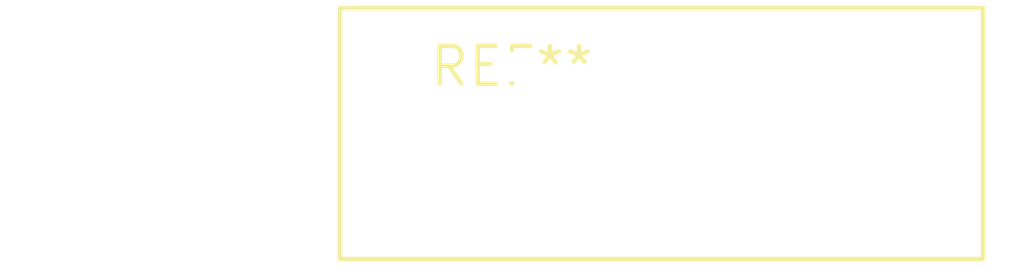
<source format=kicad_pcb>
(kicad_pcb (version 20240108) (generator pcbnew)
  (layers (0 "F.Cu" signal) (31 "B.Cu" signal) (34 "B.Paste" user) (35 "F.Paste" user) (36 "B.SilkS" user "B.Silkscreen") (37 "F.SilkS" user "F.Silkscreen") (38 "B.Mask" user) (39 "F.Mask" user) (44 "Edge.Cuts" user))
  (net 0 "")
  (footprint "RV_Disc_D21.5mm_W8.4mm_P10mm" (layer "F.Cu") (at 0 0)
    (property "Reference" "REF**")
    (property "Value" "RV_Disc_D21.5mm_W8.4mm_P10mm")
    (fp_line (start -5.75 -1.95) (end -5.75 6.45) (layer "F.SilkS") (stroke (width 0.15)))
    (fp_line (start -5.75 -1.95) (end 15.75 -1.95) (layer "F.SilkS") (stroke (width 0.15)))
    (fp_line (start -5.75 6.45) (end 15.75 6.45) (layer "F.SilkS") (stroke (width 0.15)))
    (fp_line (start 15.75 -1.95) (end 15.75 6.45) (layer "F.SilkS") (stroke (width 0.15)))
    (pad "1" thru_hole circle (at 0 0) (size 2 2) (drill 1) (layers *.Cu *.Mask) (remove_unused_layers))
    (pad "2" thru_hole circle (at 10 4.5) (size 2 2) (drill 1) (layers *.Cu *.Mask) (remove_unused_layers))
  )
)
</source>
